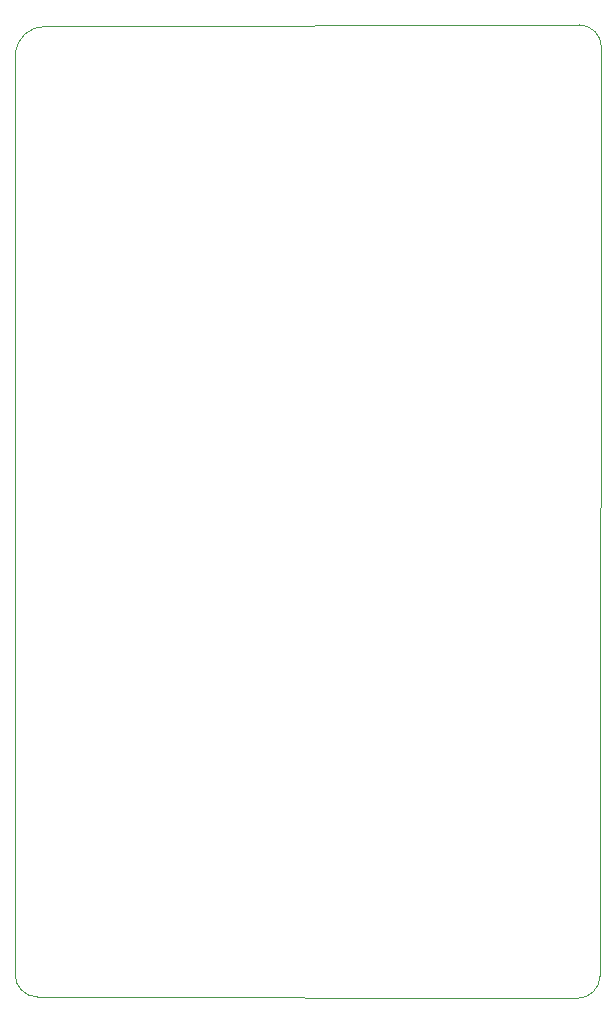
<source format=gm1>
G04 #@! TF.GenerationSoftware,KiCad,Pcbnew,(5.1.6)-1*
G04 #@! TF.CreationDate,2020-06-17T17:46:59+02:00*
G04 #@! TF.ProjectId,Tutorial,5475746f-7269-4616-9c2e-6b696361645f,rev?*
G04 #@! TF.SameCoordinates,Original*
G04 #@! TF.FileFunction,Profile,NP*
%FSLAX46Y46*%
G04 Gerber Fmt 4.6, Leading zero omitted, Abs format (unit mm)*
G04 Created by KiCad (PCBNEW (5.1.6)-1) date 2020-06-17 17:46:59*
%MOMM*%
%LPD*%
G01*
G04 APERTURE LIST*
G04 #@! TA.AperFunction,Profile*
%ADD10C,0.050000*%
G04 #@! TD*
G04 APERTURE END LIST*
D10*
X46494606Y-22099261D02*
X46482000Y-100076000D01*
X46494606Y-22099261D02*
G75*
G02*
X49022000Y-19812000I2527394J-252739D01*
G01*
X96012000Y-100203000D02*
X96139000Y-21590000D01*
X94234000Y-19685000D02*
G75*
G02*
X96139000Y-21590000I0J-1905000D01*
G01*
X96012000Y-100203000D02*
G75*
G02*
X94107000Y-102108000I-1905000J0D01*
G01*
X48387000Y-101981000D02*
G75*
G02*
X46482000Y-100076000I0J1905000D01*
G01*
X94234000Y-19685000D02*
X49022000Y-19812000D01*
X48387000Y-101981000D02*
X94107000Y-102108000D01*
M02*

</source>
